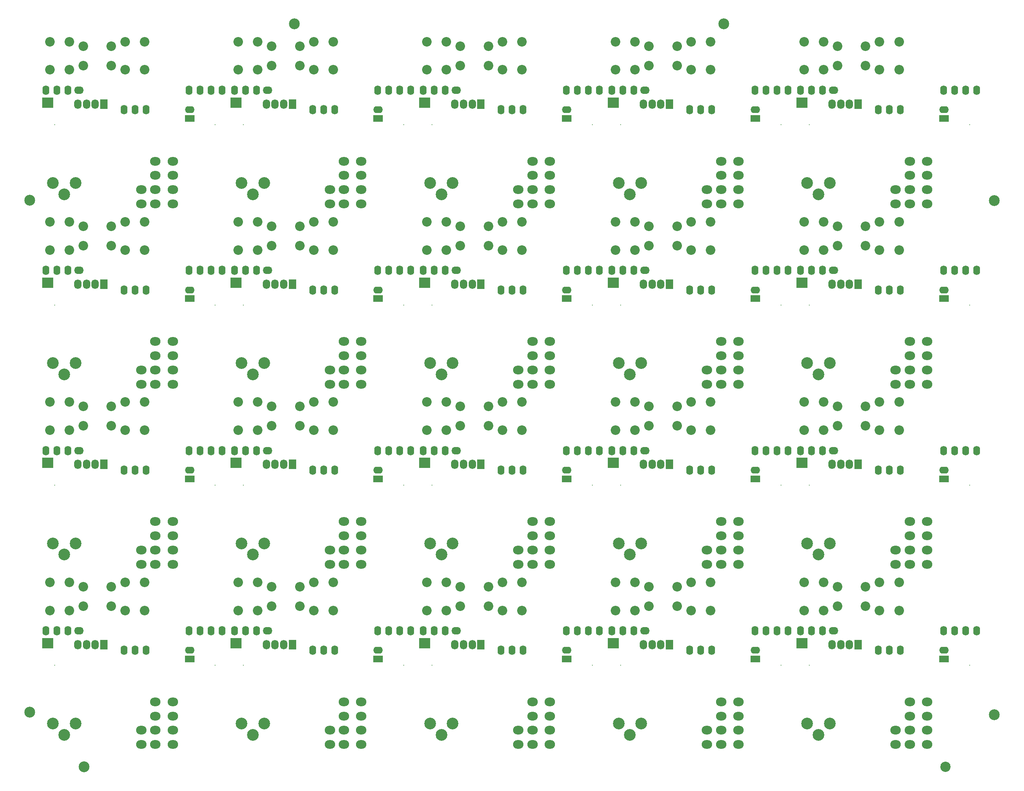
<source format=gbs>
G04*
G04 #@! TF.GenerationSoftware,Altium Limited,Altium Designer,23.8.1 (32)*
G04*
G04 Layer_Color=16711935*
%FSTAX26Y26*%
%MOIN*%
G70*
G04*
G04 #@! TF.SameCoordinates,353E1745-25BD-4490-98DE-B48524D5EC12*
G04*
G04*
G04 #@! TF.FilePolarity,Negative*
G04*
G01*
G75*
%ADD55C,0.098425*%
%ADD67C,0.093228*%
%ADD81O,0.094614X0.078866*%
%ADD82O,0.094614X0.078866*%
%ADD83R,0.086740X0.063118*%
%ADD84O,0.086740X0.063118*%
%ADD85O,0.063118X0.086740*%
%ADD86O,0.086740X0.067055*%
%ADD87C,0.008000*%
%ADD88O,0.067055X0.086740*%
%ADD89R,0.067055X0.086740*%
%ADD90C,0.086740*%
%ADD91R,0.098551X0.094614*%
%ADD92C,0.106425*%
D55*
X08661266Y00370928D02*
D03*
X06204031Y0664936D02*
D03*
X02304031D02*
D03*
X08661266Y05043928D02*
D03*
X-00098483Y003937D02*
D03*
X00393512Y-00101861D02*
D03*
X-00099298Y05046928D02*
D03*
D67*
X08217266Y-00101867D02*
D03*
D81*
X00912858Y00229386D02*
D03*
X0119879Y00359307D02*
D03*
X01041309Y00489228D02*
D03*
X0119879D02*
D03*
X01041309Y00359307D02*
D03*
Y00229386D02*
D03*
X0119879D02*
D03*
Y00099465D02*
D03*
X01041309D02*
D03*
X02625452Y00229386D02*
D03*
X02911384Y00359307D02*
D03*
X02753903Y00489228D02*
D03*
X02911384D02*
D03*
X02753903Y00359307D02*
D03*
Y00229386D02*
D03*
X02911384D02*
D03*
Y00099465D02*
D03*
X02753903D02*
D03*
X04338046Y00229386D02*
D03*
X04623978Y00359307D02*
D03*
X04466497Y00489228D02*
D03*
X04623978D02*
D03*
X04466497Y00359307D02*
D03*
Y00229386D02*
D03*
X04623978D02*
D03*
Y00099465D02*
D03*
X04466497D02*
D03*
X0605064Y00229386D02*
D03*
X06336572Y00359307D02*
D03*
X06179091Y00489228D02*
D03*
X06336572D02*
D03*
X06179091Y00359307D02*
D03*
Y00229386D02*
D03*
X06336572D02*
D03*
Y00099465D02*
D03*
X06179091D02*
D03*
X07763234Y00229386D02*
D03*
X08049166Y00359307D02*
D03*
X07891685Y00489228D02*
D03*
X08049166D02*
D03*
X07891685Y00359307D02*
D03*
Y00229386D02*
D03*
X08049166D02*
D03*
Y00099465D02*
D03*
X07891685D02*
D03*
X00912858Y01867192D02*
D03*
X0119879Y01997113D02*
D03*
X01041309Y02127035D02*
D03*
X0119879D02*
D03*
X01041309Y01997113D02*
D03*
Y01867192D02*
D03*
X0119879D02*
D03*
Y01737271D02*
D03*
X01041309D02*
D03*
X02625452Y01867192D02*
D03*
X02911384Y01997113D02*
D03*
X02753903Y02127035D02*
D03*
X02911384D02*
D03*
X02753903Y01997113D02*
D03*
Y01867192D02*
D03*
X02911384D02*
D03*
Y01737271D02*
D03*
X02753903D02*
D03*
X04338046Y01867192D02*
D03*
X04623978Y01997113D02*
D03*
X04466497Y02127035D02*
D03*
X04623978D02*
D03*
X04466497Y01997113D02*
D03*
Y01867192D02*
D03*
X04623978D02*
D03*
Y01737271D02*
D03*
X04466497D02*
D03*
X0605064Y01867192D02*
D03*
X06336572Y01997113D02*
D03*
X06179091Y02127035D02*
D03*
X06336572D02*
D03*
X06179091Y01997113D02*
D03*
Y01867192D02*
D03*
X06336572D02*
D03*
Y01737271D02*
D03*
X06179091D02*
D03*
X07763234Y01867192D02*
D03*
X08049166Y01997113D02*
D03*
X07891685Y02127035D02*
D03*
X08049166D02*
D03*
X07891685Y01997113D02*
D03*
Y01867192D02*
D03*
X08049166D02*
D03*
Y01737271D02*
D03*
X07891685D02*
D03*
X00912858Y03504999D02*
D03*
X0119879Y0363492D02*
D03*
X01041309Y03764841D02*
D03*
X0119879D02*
D03*
X01041309Y0363492D02*
D03*
Y03504999D02*
D03*
X0119879D02*
D03*
Y03375077D02*
D03*
X01041309D02*
D03*
X02625452Y03504999D02*
D03*
X02911384Y0363492D02*
D03*
X02753903Y03764841D02*
D03*
X02911384D02*
D03*
X02753903Y0363492D02*
D03*
Y03504999D02*
D03*
X02911384D02*
D03*
Y03375077D02*
D03*
X02753903D02*
D03*
X04338046Y03504999D02*
D03*
X04623978Y0363492D02*
D03*
X04466497Y03764841D02*
D03*
X04623978D02*
D03*
X04466497Y0363492D02*
D03*
Y03504999D02*
D03*
X04623978D02*
D03*
Y03375077D02*
D03*
X04466497D02*
D03*
X0605064Y03504999D02*
D03*
X06336572Y0363492D02*
D03*
X06179091Y03764841D02*
D03*
X06336572D02*
D03*
X06179091Y0363492D02*
D03*
Y03504999D02*
D03*
X06336572D02*
D03*
Y03375077D02*
D03*
X06179091D02*
D03*
X07763234Y03504999D02*
D03*
X08049166Y0363492D02*
D03*
X07891685Y03764841D02*
D03*
X08049166D02*
D03*
X07891685Y0363492D02*
D03*
Y03504999D02*
D03*
X08049166D02*
D03*
Y03375077D02*
D03*
X07891685D02*
D03*
X00912858Y05142805D02*
D03*
X0119879Y05272726D02*
D03*
X01041309Y05402648D02*
D03*
X0119879D02*
D03*
X01041309Y05272726D02*
D03*
Y05142805D02*
D03*
X0119879D02*
D03*
Y05012884D02*
D03*
X01041309D02*
D03*
X02625452Y05142805D02*
D03*
X02911384Y05272726D02*
D03*
X02753903Y05402648D02*
D03*
X02911384D02*
D03*
X02753903Y05272726D02*
D03*
Y05142805D02*
D03*
X02911384D02*
D03*
Y05012884D02*
D03*
X02753903D02*
D03*
X04338046Y05142805D02*
D03*
X04623978Y05272726D02*
D03*
X04466497Y05402648D02*
D03*
X04623978D02*
D03*
X04466497Y05272726D02*
D03*
Y05142805D02*
D03*
X04623978D02*
D03*
Y05012884D02*
D03*
X04466497D02*
D03*
X0605064Y05142805D02*
D03*
X06336572Y05272726D02*
D03*
X06179091Y05402648D02*
D03*
X06336572D02*
D03*
X06179091Y05272726D02*
D03*
Y05142805D02*
D03*
X06336572D02*
D03*
Y05012884D02*
D03*
X06179091D02*
D03*
X07763234Y05142805D02*
D03*
X08049166Y05272726D02*
D03*
X07891685Y05402648D02*
D03*
X08049166D02*
D03*
X07891685Y05272726D02*
D03*
Y05142805D02*
D03*
X08049166D02*
D03*
Y05012884D02*
D03*
X07891685D02*
D03*
D82*
X00912858Y00099465D02*
D03*
X02625452D02*
D03*
X04338046D02*
D03*
X0605064D02*
D03*
X07763234D02*
D03*
X00912858Y01737271D02*
D03*
X02625452D02*
D03*
X04338046D02*
D03*
X0605064D02*
D03*
X07763234D02*
D03*
X00912858Y03375077D02*
D03*
X02625452D02*
D03*
X04338046D02*
D03*
X0605064D02*
D03*
X07763234D02*
D03*
X00912858Y05012884D02*
D03*
X02625452D02*
D03*
X04338046D02*
D03*
X0605064D02*
D03*
X07763234D02*
D03*
D83*
X01352057Y008779D02*
D03*
X03064651D02*
D03*
X04777245D02*
D03*
X06489839D02*
D03*
X08202433D02*
D03*
X01352057Y02515706D02*
D03*
X03064651D02*
D03*
X04777245D02*
D03*
X06489839D02*
D03*
X08202433D02*
D03*
X01352057Y04153512D02*
D03*
X03064651D02*
D03*
X04777245D02*
D03*
X06489839D02*
D03*
X08202433D02*
D03*
X01352057Y05791319D02*
D03*
X03064651D02*
D03*
X04777245D02*
D03*
X06489839D02*
D03*
X08202433D02*
D03*
D84*
X01352057Y0095664D02*
D03*
X03064651D02*
D03*
X04777245D02*
D03*
X06489839D02*
D03*
X08202433D02*
D03*
X01352057Y02594446D02*
D03*
X03064651D02*
D03*
X04777245D02*
D03*
X06489839D02*
D03*
X08202433D02*
D03*
X01352057Y04232253D02*
D03*
X03064651D02*
D03*
X04777245D02*
D03*
X06489839D02*
D03*
X08202433D02*
D03*
X01352057Y05870059D02*
D03*
X03064651D02*
D03*
X04777245D02*
D03*
X06489839D02*
D03*
X08202433D02*
D03*
D85*
X01648071Y01134614D02*
D03*
X01548086D02*
D03*
X01448086D02*
D03*
X01348086D02*
D03*
X00248086D02*
D03*
X00148086D02*
D03*
X00048086D02*
D03*
X00856299Y00956801D02*
D03*
X00956299D02*
D03*
X00756299D02*
D03*
X03360665Y01134614D02*
D03*
X0326068D02*
D03*
X0316068D02*
D03*
X0306068D02*
D03*
X0196068D02*
D03*
X0186068D02*
D03*
X0176068D02*
D03*
X02568893Y00956801D02*
D03*
X02668893D02*
D03*
X02468893D02*
D03*
X05073259Y01134614D02*
D03*
X04973274D02*
D03*
X04873274D02*
D03*
X04773274D02*
D03*
X03673274D02*
D03*
X03573274D02*
D03*
X03473274D02*
D03*
X04281487Y00956801D02*
D03*
X04381487D02*
D03*
X04181487D02*
D03*
X06785853Y01134614D02*
D03*
X06685868D02*
D03*
X06585868D02*
D03*
X06485868D02*
D03*
X05385868D02*
D03*
X05285868D02*
D03*
X05185868D02*
D03*
X05994081Y00956801D02*
D03*
X06094081D02*
D03*
X05894081D02*
D03*
X08498447Y01134614D02*
D03*
X08398462D02*
D03*
X08298462D02*
D03*
X08198462D02*
D03*
X07098462D02*
D03*
X06998462D02*
D03*
X06898462D02*
D03*
X07706675Y00956801D02*
D03*
X07806675D02*
D03*
X07606675D02*
D03*
X01648071Y02772421D02*
D03*
X01548086D02*
D03*
X01448086D02*
D03*
X01348086D02*
D03*
X00248086D02*
D03*
X00148086D02*
D03*
X00048086D02*
D03*
X00856299Y02594608D02*
D03*
X00956299D02*
D03*
X00756299D02*
D03*
X03360665Y02772421D02*
D03*
X0326068D02*
D03*
X0316068D02*
D03*
X0306068D02*
D03*
X0196068D02*
D03*
X0186068D02*
D03*
X0176068D02*
D03*
X02568893Y02594608D02*
D03*
X02668893D02*
D03*
X02468893D02*
D03*
X05073259Y02772421D02*
D03*
X04973274D02*
D03*
X04873274D02*
D03*
X04773274D02*
D03*
X03673274D02*
D03*
X03573274D02*
D03*
X03473274D02*
D03*
X04281487Y02594608D02*
D03*
X04381487D02*
D03*
X04181487D02*
D03*
X06785853Y02772421D02*
D03*
X06685868D02*
D03*
X06585868D02*
D03*
X06485868D02*
D03*
X05385868D02*
D03*
X05285868D02*
D03*
X05185868D02*
D03*
X05994081Y02594608D02*
D03*
X06094081D02*
D03*
X05894081D02*
D03*
X08498447Y02772421D02*
D03*
X08398462D02*
D03*
X08298462D02*
D03*
X08198462D02*
D03*
X07098462D02*
D03*
X06998462D02*
D03*
X06898462D02*
D03*
X07706675Y02594608D02*
D03*
X07806675D02*
D03*
X07606675D02*
D03*
X01648071Y04410227D02*
D03*
X01548086D02*
D03*
X01448086D02*
D03*
X01348086D02*
D03*
X00248086D02*
D03*
X00148086D02*
D03*
X00048086D02*
D03*
X00856299Y04232414D02*
D03*
X00956299D02*
D03*
X00756299D02*
D03*
X03360665Y04410227D02*
D03*
X0326068D02*
D03*
X0316068D02*
D03*
X0306068D02*
D03*
X0196068D02*
D03*
X0186068D02*
D03*
X0176068D02*
D03*
X02568893Y04232414D02*
D03*
X02668893D02*
D03*
X02468893D02*
D03*
X05073259Y04410227D02*
D03*
X04973274D02*
D03*
X04873274D02*
D03*
X04773274D02*
D03*
X03673274D02*
D03*
X03573274D02*
D03*
X03473274D02*
D03*
X04281487Y04232414D02*
D03*
X04381487D02*
D03*
X04181487D02*
D03*
X06785853Y04410227D02*
D03*
X06685868D02*
D03*
X06585868D02*
D03*
X06485868D02*
D03*
X05385868D02*
D03*
X05285868D02*
D03*
X05185868D02*
D03*
X05994081Y04232414D02*
D03*
X06094081D02*
D03*
X05894081D02*
D03*
X08498447Y04410227D02*
D03*
X08398462D02*
D03*
X08298462D02*
D03*
X08198462D02*
D03*
X07098462D02*
D03*
X06998462D02*
D03*
X06898462D02*
D03*
X07706675Y04232414D02*
D03*
X07806675D02*
D03*
X07606675D02*
D03*
X01648071Y06048034D02*
D03*
X01548086D02*
D03*
X01448086D02*
D03*
X01348086D02*
D03*
X00248086D02*
D03*
X00148086D02*
D03*
X00048086D02*
D03*
X00856299Y05870221D02*
D03*
X00956299D02*
D03*
X00756299D02*
D03*
X03360665Y06048034D02*
D03*
X0326068D02*
D03*
X0316068D02*
D03*
X0306068D02*
D03*
X0196068D02*
D03*
X0186068D02*
D03*
X0176068D02*
D03*
X02568893Y05870221D02*
D03*
X02668893D02*
D03*
X02468893D02*
D03*
X05073259Y06048034D02*
D03*
X04973274D02*
D03*
X04873274D02*
D03*
X04773274D02*
D03*
X03673274D02*
D03*
X03573274D02*
D03*
X03473274D02*
D03*
X04281487Y05870221D02*
D03*
X04381487D02*
D03*
X04181487D02*
D03*
X06785853Y06048034D02*
D03*
X06685868D02*
D03*
X06585868D02*
D03*
X06485868D02*
D03*
X05385868D02*
D03*
X05285868D02*
D03*
X05185868D02*
D03*
X05994081Y05870221D02*
D03*
X06094081D02*
D03*
X05894081D02*
D03*
X08498447Y06048034D02*
D03*
X08398462D02*
D03*
X08298462D02*
D03*
X08198462D02*
D03*
X07098462D02*
D03*
X06998462D02*
D03*
X06898462D02*
D03*
X07706675Y05870221D02*
D03*
X07806675D02*
D03*
X07606675D02*
D03*
D86*
X00348086Y01134614D02*
D03*
X0206068D02*
D03*
X03773274D02*
D03*
X05485868D02*
D03*
X07198462D02*
D03*
X00348086Y02772421D02*
D03*
X0206068D02*
D03*
X03773274D02*
D03*
X05485868D02*
D03*
X07198462D02*
D03*
X00348086Y04410227D02*
D03*
X0206068D02*
D03*
X03773274D02*
D03*
X05485868D02*
D03*
X07198462D02*
D03*
X00348086Y06048034D02*
D03*
X0206068D02*
D03*
X03773274D02*
D03*
X05485868D02*
D03*
X07198462D02*
D03*
D87*
X00127953Y00819685D02*
D03*
X01584646D02*
D03*
X01840547D02*
D03*
X0329724D02*
D03*
X03553141D02*
D03*
X05009834D02*
D03*
X05265735D02*
D03*
X06722428D02*
D03*
X06978329D02*
D03*
X08435022D02*
D03*
X00127953Y02457492D02*
D03*
X01584646D02*
D03*
X01840547D02*
D03*
X0329724D02*
D03*
X03553141D02*
D03*
X05009834D02*
D03*
X05265735D02*
D03*
X06722428D02*
D03*
X06978329D02*
D03*
X08435022D02*
D03*
X00127953Y04095298D02*
D03*
X01584646D02*
D03*
X01840547D02*
D03*
X0329724D02*
D03*
X03553141D02*
D03*
X05009834D02*
D03*
X05265735D02*
D03*
X06722428D02*
D03*
X06978329D02*
D03*
X08435022D02*
D03*
X00127953Y05733104D02*
D03*
X01584646D02*
D03*
X01840547D02*
D03*
X0329724D02*
D03*
X03553141D02*
D03*
X05009834D02*
D03*
X05265735D02*
D03*
X06722428D02*
D03*
X06978329D02*
D03*
X08435022D02*
D03*
D88*
X00336306Y01008564D02*
D03*
X00415046D02*
D03*
X00493786D02*
D03*
X020489D02*
D03*
X0212764D02*
D03*
X0220638D02*
D03*
X03761494D02*
D03*
X03840234D02*
D03*
X03918974D02*
D03*
X05474088D02*
D03*
X05552828D02*
D03*
X05631568D02*
D03*
X07186682D02*
D03*
X07265422D02*
D03*
X07344162D02*
D03*
X00336306Y0264637D02*
D03*
X00415046D02*
D03*
X00493786D02*
D03*
X020489D02*
D03*
X0212764D02*
D03*
X0220638D02*
D03*
X03761494D02*
D03*
X03840234D02*
D03*
X03918974D02*
D03*
X05474088D02*
D03*
X05552828D02*
D03*
X05631568D02*
D03*
X07186682D02*
D03*
X07265422D02*
D03*
X07344162D02*
D03*
X00336306Y04284177D02*
D03*
X00415046D02*
D03*
X00493786D02*
D03*
X020489D02*
D03*
X0212764D02*
D03*
X0220638D02*
D03*
X03761494D02*
D03*
X03840234D02*
D03*
X03918974D02*
D03*
X05474088D02*
D03*
X05552828D02*
D03*
X05631568D02*
D03*
X07186682D02*
D03*
X07265422D02*
D03*
X07344162D02*
D03*
X00336306Y05921983D02*
D03*
X00415046D02*
D03*
X00493786D02*
D03*
X020489D02*
D03*
X0212764D02*
D03*
X0220638D02*
D03*
X03761494D02*
D03*
X03840234D02*
D03*
X03918974D02*
D03*
X05474088D02*
D03*
X05552828D02*
D03*
X05631568D02*
D03*
X07186682D02*
D03*
X07265422D02*
D03*
X07344162D02*
D03*
D89*
X00572526Y01008564D02*
D03*
X0228512D02*
D03*
X03997714D02*
D03*
X05710308D02*
D03*
X07422902D02*
D03*
X00572526Y0264637D02*
D03*
X0228512D02*
D03*
X03997714D02*
D03*
X05710308D02*
D03*
X07422902D02*
D03*
X00572526Y04284177D02*
D03*
X0228512D02*
D03*
X03997714D02*
D03*
X05710308D02*
D03*
X07422902D02*
D03*
X00572526Y05921983D02*
D03*
X0228512D02*
D03*
X03997714D02*
D03*
X05710308D02*
D03*
X07422902D02*
D03*
D90*
X00385354Y01535827D02*
D03*
X0064126D02*
D03*
X00385354Y01358662D02*
D03*
X0064126D02*
D03*
X00767716Y01319295D02*
D03*
Y01575201D02*
D03*
X00944882Y01319295D02*
D03*
Y01575201D02*
D03*
X00081732Y01319291D02*
D03*
Y01575197D02*
D03*
X00258897Y01319291D02*
D03*
Y01575197D02*
D03*
X02097948Y01535827D02*
D03*
X02353854D02*
D03*
X02097948Y01358662D02*
D03*
X02353854D02*
D03*
X0248031Y01319295D02*
D03*
Y01575201D02*
D03*
X02657476Y01319295D02*
D03*
Y01575201D02*
D03*
X01794326Y01319291D02*
D03*
Y01575197D02*
D03*
X01971492Y01319291D02*
D03*
Y01575197D02*
D03*
X03810542Y01535827D02*
D03*
X04066448D02*
D03*
X03810542Y01358662D02*
D03*
X04066448D02*
D03*
X04192904Y01319295D02*
D03*
Y01575201D02*
D03*
X0437007Y01319295D02*
D03*
Y01575201D02*
D03*
X0350692Y01319291D02*
D03*
Y01575197D02*
D03*
X03684086Y01319291D02*
D03*
Y01575197D02*
D03*
X05523136Y01535827D02*
D03*
X05779042D02*
D03*
X05523136Y01358662D02*
D03*
X05779042D02*
D03*
X05905498Y01319295D02*
D03*
Y01575201D02*
D03*
X06082664Y01319295D02*
D03*
Y01575201D02*
D03*
X05219514Y01319291D02*
D03*
Y01575197D02*
D03*
X0539668Y01319291D02*
D03*
Y01575197D02*
D03*
X0723573Y01535827D02*
D03*
X07491636D02*
D03*
X0723573Y01358662D02*
D03*
X07491636D02*
D03*
X07618092Y01319295D02*
D03*
Y01575201D02*
D03*
X07795258Y01319295D02*
D03*
Y01575201D02*
D03*
X06932108Y01319291D02*
D03*
Y01575197D02*
D03*
X07109274Y01319291D02*
D03*
Y01575197D02*
D03*
X00385354Y03173633D02*
D03*
X0064126D02*
D03*
X00385354Y02996468D02*
D03*
X0064126D02*
D03*
X00767716Y02957102D02*
D03*
Y03213007D02*
D03*
X00944882Y02957102D02*
D03*
Y03213007D02*
D03*
X00081732Y02957098D02*
D03*
Y03213003D02*
D03*
X00258897Y02957098D02*
D03*
Y03213003D02*
D03*
X02097948Y03173633D02*
D03*
X02353854D02*
D03*
X02097948Y02996468D02*
D03*
X02353854D02*
D03*
X0248031Y02957102D02*
D03*
Y03213007D02*
D03*
X02657476Y02957102D02*
D03*
Y03213007D02*
D03*
X01794326Y02957098D02*
D03*
Y03213003D02*
D03*
X01971492Y02957098D02*
D03*
Y03213003D02*
D03*
X03810542Y03173633D02*
D03*
X04066448D02*
D03*
X03810542Y02996468D02*
D03*
X04066448D02*
D03*
X04192904Y02957102D02*
D03*
Y03213007D02*
D03*
X0437007Y02957102D02*
D03*
Y03213007D02*
D03*
X0350692Y02957098D02*
D03*
Y03213003D02*
D03*
X03684086Y02957098D02*
D03*
Y03213003D02*
D03*
X05523136Y03173633D02*
D03*
X05779042D02*
D03*
X05523136Y02996468D02*
D03*
X05779042D02*
D03*
X05905498Y02957102D02*
D03*
Y03213007D02*
D03*
X06082664Y02957102D02*
D03*
Y03213007D02*
D03*
X05219514Y02957098D02*
D03*
Y03213003D02*
D03*
X0539668Y02957098D02*
D03*
Y03213003D02*
D03*
X0723573Y03173633D02*
D03*
X07491636D02*
D03*
X0723573Y02996468D02*
D03*
X07491636D02*
D03*
X07618092Y02957102D02*
D03*
Y03213007D02*
D03*
X07795258Y02957102D02*
D03*
Y03213007D02*
D03*
X06932108Y02957098D02*
D03*
Y03213003D02*
D03*
X07109274Y02957098D02*
D03*
Y03213003D02*
D03*
X00385354Y0481144D02*
D03*
X0064126D02*
D03*
X00385354Y04634274D02*
D03*
X0064126D02*
D03*
X00767716Y04594908D02*
D03*
Y04850814D02*
D03*
X00944882Y04594908D02*
D03*
Y04850814D02*
D03*
X00081732Y04594904D02*
D03*
Y0485081D02*
D03*
X00258897Y04594904D02*
D03*
Y0485081D02*
D03*
X02097948Y0481144D02*
D03*
X02353854D02*
D03*
X02097948Y04634274D02*
D03*
X02353854D02*
D03*
X0248031Y04594908D02*
D03*
Y04850814D02*
D03*
X02657476Y04594908D02*
D03*
Y04850814D02*
D03*
X01794326Y04594904D02*
D03*
Y0485081D02*
D03*
X01971492Y04594904D02*
D03*
Y0485081D02*
D03*
X03810542Y0481144D02*
D03*
X04066448D02*
D03*
X03810542Y04634274D02*
D03*
X04066448D02*
D03*
X04192904Y04594908D02*
D03*
Y04850814D02*
D03*
X0437007Y04594908D02*
D03*
Y04850814D02*
D03*
X0350692Y04594904D02*
D03*
Y0485081D02*
D03*
X03684086Y04594904D02*
D03*
Y0485081D02*
D03*
X05523136Y0481144D02*
D03*
X05779042D02*
D03*
X05523136Y04634274D02*
D03*
X05779042D02*
D03*
X05905498Y04594908D02*
D03*
Y04850814D02*
D03*
X06082664Y04594908D02*
D03*
Y04850814D02*
D03*
X05219514Y04594904D02*
D03*
Y0485081D02*
D03*
X0539668Y04594904D02*
D03*
Y0485081D02*
D03*
X0723573Y0481144D02*
D03*
X07491636D02*
D03*
X0723573Y04634274D02*
D03*
X07491636D02*
D03*
X07618092Y04594908D02*
D03*
Y04850814D02*
D03*
X07795258Y04594908D02*
D03*
Y04850814D02*
D03*
X06932108Y04594904D02*
D03*
Y0485081D02*
D03*
X07109274Y04594904D02*
D03*
Y0485081D02*
D03*
X00385354Y06449246D02*
D03*
X0064126D02*
D03*
X00385354Y06272081D02*
D03*
X0064126D02*
D03*
X00767716Y06232714D02*
D03*
Y0648862D02*
D03*
X00944882Y06232714D02*
D03*
Y0648862D02*
D03*
X00081732Y06232711D02*
D03*
Y06488616D02*
D03*
X00258897Y06232711D02*
D03*
Y06488616D02*
D03*
X02097948Y06449246D02*
D03*
X02353854D02*
D03*
X02097948Y06272081D02*
D03*
X02353854D02*
D03*
X0248031Y06232714D02*
D03*
Y0648862D02*
D03*
X02657476Y06232714D02*
D03*
Y0648862D02*
D03*
X01794326Y06232711D02*
D03*
Y06488616D02*
D03*
X01971492Y06232711D02*
D03*
Y06488616D02*
D03*
X03810542Y06449246D02*
D03*
X04066448D02*
D03*
X03810542Y06272081D02*
D03*
X04066448D02*
D03*
X04192904Y06232714D02*
D03*
Y0648862D02*
D03*
X0437007Y06232714D02*
D03*
Y0648862D02*
D03*
X0350692Y06232711D02*
D03*
Y06488616D02*
D03*
X03684086Y06232711D02*
D03*
Y06488616D02*
D03*
X05523136Y06449246D02*
D03*
X05779042D02*
D03*
X05523136Y06272081D02*
D03*
X05779042D02*
D03*
X05905498Y06232714D02*
D03*
Y0648862D02*
D03*
X06082664Y06232714D02*
D03*
Y0648862D02*
D03*
X05219514Y06232711D02*
D03*
Y06488616D02*
D03*
X0539668Y06232711D02*
D03*
Y06488616D02*
D03*
X0723573Y06449246D02*
D03*
X07491636D02*
D03*
X0723573Y06272081D02*
D03*
X07491636D02*
D03*
X07618092Y06232714D02*
D03*
Y0648862D02*
D03*
X07795258Y06232714D02*
D03*
Y0648862D02*
D03*
X06932108Y06232711D02*
D03*
Y06488616D02*
D03*
X07109274Y06232711D02*
D03*
Y06488616D02*
D03*
D91*
X0006198Y01022277D02*
D03*
X01774574D02*
D03*
X03487168D02*
D03*
X05199762D02*
D03*
X06912356D02*
D03*
X0006198Y02660083D02*
D03*
X01774574D02*
D03*
X03487168D02*
D03*
X05199762D02*
D03*
X06912356D02*
D03*
X0006198Y04297889D02*
D03*
X01774574D02*
D03*
X03487168D02*
D03*
X05199762D02*
D03*
X06912356D02*
D03*
X0006198Y05935696D02*
D03*
X01774574D02*
D03*
X03487168D02*
D03*
X05199762D02*
D03*
X06912356D02*
D03*
D92*
X003159Y00290891D02*
D03*
X0021337Y00188361D02*
D03*
X00110839Y00290891D02*
D03*
X02028494D02*
D03*
X01925964Y00188361D02*
D03*
X01823433Y00290891D02*
D03*
X03741088D02*
D03*
X03638558Y00188361D02*
D03*
X03536027Y00290891D02*
D03*
X05453682D02*
D03*
X05351152Y00188361D02*
D03*
X05248621Y00290891D02*
D03*
X07166276D02*
D03*
X07063746Y00188361D02*
D03*
X06961215Y00290891D02*
D03*
X003159Y01928698D02*
D03*
X0021337Y01826167D02*
D03*
X00110839Y01928698D02*
D03*
X02028494D02*
D03*
X01925964Y01826167D02*
D03*
X01823433Y01928698D02*
D03*
X03741088D02*
D03*
X03638558Y01826167D02*
D03*
X03536027Y01928698D02*
D03*
X05453682D02*
D03*
X05351152Y01826167D02*
D03*
X05248621Y01928698D02*
D03*
X07166276D02*
D03*
X07063746Y01826167D02*
D03*
X06961215Y01928698D02*
D03*
X003159Y03566504D02*
D03*
X0021337Y03463974D02*
D03*
X00110839Y03566504D02*
D03*
X02028494D02*
D03*
X01925964Y03463974D02*
D03*
X01823433Y03566504D02*
D03*
X03741088D02*
D03*
X03638558Y03463974D02*
D03*
X03536027Y03566504D02*
D03*
X05453682D02*
D03*
X05351152Y03463974D02*
D03*
X05248621Y03566504D02*
D03*
X07166276D02*
D03*
X07063746Y03463974D02*
D03*
X06961215Y03566504D02*
D03*
X003159Y0520431D02*
D03*
X0021337Y0510178D02*
D03*
X00110839Y0520431D02*
D03*
X02028494D02*
D03*
X01925964Y0510178D02*
D03*
X01823433Y0520431D02*
D03*
X03741088D02*
D03*
X03638558Y0510178D02*
D03*
X03536027Y0520431D02*
D03*
X05453682D02*
D03*
X05351152Y0510178D02*
D03*
X05248621Y0520431D02*
D03*
X07166276D02*
D03*
X07063746Y0510178D02*
D03*
X06961215Y0520431D02*
D03*
M02*

</source>
